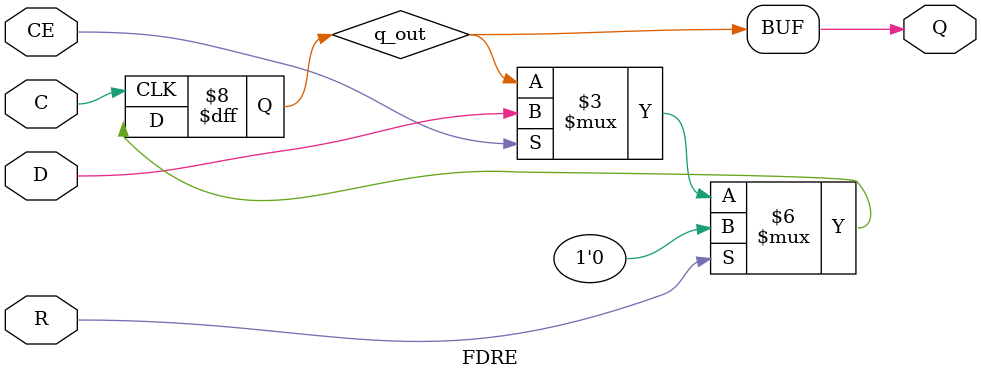
<source format=v>

`timescale  1 ps / 1 ps


module FDRE (Q, C, CE, D, R);

    parameter INIT = 1'b0;

    output Q;

    input  C, CE, D, R;

    wire Q;
    reg q_out;

    initial q_out = INIT;
   
    assign Q = q_out;

    always @(posedge C )
        if (R)
	     q_out <=  0;
         else if (CE)
	     q_out <=  D;

endmodule

</source>
